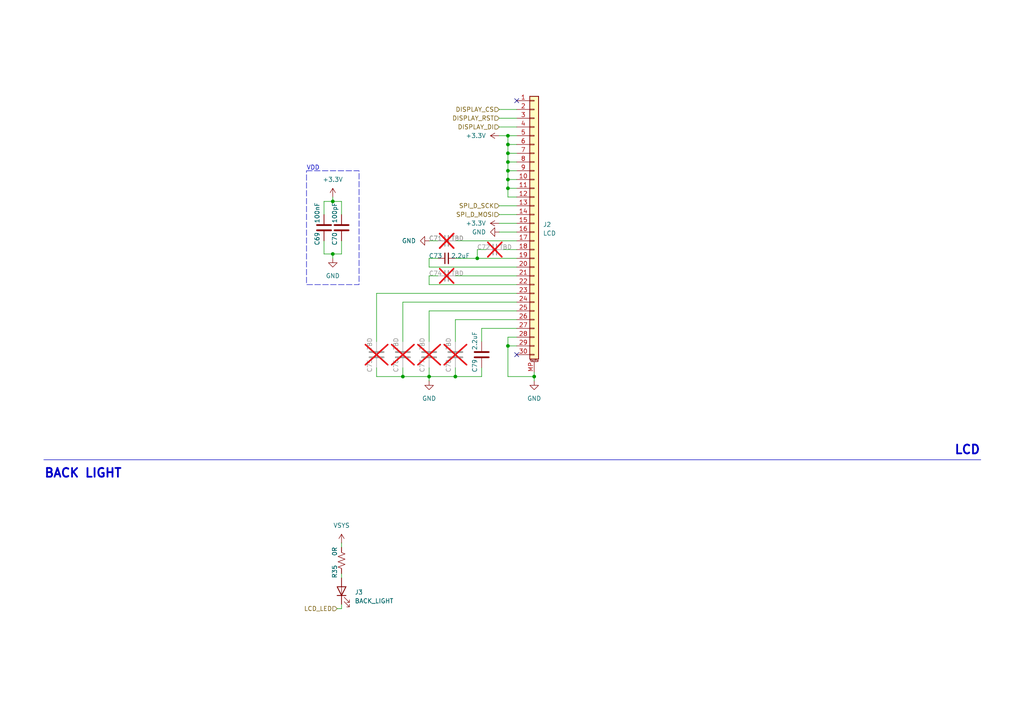
<source format=kicad_sch>
(kicad_sch (version 20231120) (generator "eeschema") (generator_version "8.0")
  (paper "A4")
  (lib_symbols
    (symbol "Connector_Generic_MountingPin:Conn_01x30_MountingPin" (pin_names (offset 1.016) hide)
      (property "Reference" "J" (at 0 38.1 0))
      (property "Value" "Conn_01x30_MountingPin" (at 1.27 -40.64 0))
      (symbol "Conn_01x30_MountingPin_1_1"
        (rectangle (start -1.27 -37.973) (end 0 -38.227) (stroke (width 0.1524)))
        (rectangle (start -1.27 -35.433) (end 0 -35.687) (stroke (width 0.1524)))
        (rectangle (start -1.27 -32.893) (end 0 -33.147) (stroke (width 0.1524)))
        (rectangle (start -1.27 -30.353) (end 0 -30.607) (stroke (width 0.1524)))
        (rectangle (start -1.27 -27.813) (end 0 -28.067) (stroke (width 0.1524)))
        (rectangle (start -1.27 -25.273) (end 0 -25.527) (stroke (width 0.1524)))
        (rectangle (start -1.27 -22.733) (end 0 -22.987) (stroke (width 0.1524)))
        (rectangle (start -1.27 -20.193) (end 0 -20.447) (stroke (width 0.1524)))
        (rectangle (start -1.27 -17.653) (end 0 -17.907) (stroke (width 0.1524)))
        (rectangle (start -1.27 -15.113) (end 0 -15.367) (stroke (width 0.1524)))
        (rectangle (start -1.27 -12.573) (end 0 -12.827) (stroke (width 0.1524)))
        (rectangle (start -1.27 -10.033) (end 0 -10.287) (stroke (width 0.1524)))
        (rectangle (start -1.27 -7.493) (end 0 -7.747) (stroke (width 0.1524)))
        (rectangle (start -1.27 -4.953) (end 0 -5.207) (stroke (width 0.1524)))
        (rectangle (start -1.27 -2.413) (end 0 -2.667) (stroke (width 0.1524)))
        (rectangle (start -1.27 0.127) (end 0 -0.127) (stroke (width 0.1524)))
        (rectangle (start -1.27 2.667) (end 0 2.413) (stroke (width 0.1524)))
        (rectangle (start -1.27 5.207) (end 0 4.953) (stroke (width 0.1524)))
        (rectangle (start -1.27 7.747) (end 0 7.493) (stroke (width 0.1524)))
        (rectangle (start -1.27 10.287) (end 0 10.033) (stroke (width 0.1524)))
        (rectangle (start -1.27 12.827) (end 0 12.573) (stroke (width 0.1524)))
        (rectangle (start -1.27 15.367) (end 0 15.113) (stroke (width 0.1524)))
        (rectangle (start -1.27 17.907) (end 0 17.653) (stroke (width 0.1524)))
        (rectangle (start -1.27 20.447) (end 0 20.193) (stroke (width 0.1524)))
        (rectangle (start -1.27 22.987) (end 0 22.733) (stroke (width 0.1524)))
        (rectangle (start -1.27 25.527) (end 0 25.273) (stroke (width 0.1524)))
        (rectangle (start -1.27 28.067) (end 0 27.813) (stroke (width 0.1524)))
        (rectangle (start -1.27 30.607) (end 0 30.353) (stroke (width 0.1524)))
        (rectangle (start -1.27 33.147) (end 0 32.893) (stroke (width 0.1524)))
        (rectangle (start -1.27 35.687) (end 0 35.433) (stroke (width 0.1524)))
        (rectangle (start -1.27 36.83) (end 1.27 -39.37) (stroke (width 0.254)) (fill (type background)))
        (polyline (pts (xy -1.016 -40.132) (xy 1.016 -40.132)) (stroke (width 0.1524)))
        (text "Mounting" (at 0 -39.751 0) (effects (font (size 0.381 0.381))))
        (pin passive line (at -5.08 35.56 0) (length 3.81) (name "Pin_1") (number "1"))
        (pin passive line (at -5.08 12.7 0) (length 3.81) (name "Pin_10") (number "10"))
        (pin passive line (at -5.08 10.16 0) (length 3.81) (name "Pin_11") (number "11"))
        (pin passive line (at -5.08 7.62 0) (length 3.81) (name "Pin_12") (number "12"))
        (pin passive line (at -5.08 5.08 0) (length 3.81) (name "Pin_13") (number "13"))
        (pin passive line (at -5.08 2.54 0) (length 3.81) (name "Pin_14") (number "14"))
        (pin passive line (at -5.08 0 0) (length 3.81) (name "Pin_15") (number "15"))
        (pin passive line (at -5.08 -2.54 0) (length 3.81) (name "Pin_16") (number "16"))
        (pin passive line (at -5.08 -5.08 0) (length 3.81) (name "Pin_17") (number "17"))
        (pin passive line (at -5.08 -7.62 0) (length 3.81) (name "Pin_18") (number "18"))
        (pin passive line (at -5.08 -10.16 0) (length 3.81) (name "Pin_19") (number "19"))
        (pin passive line (at -5.08 33.02 0) (length 3.81) (name "Pin_2") (number "2"))
        (pin passive line (at -5.08 -12.7 0) (length 3.81) (name "Pin_20") (number "20"))
        (pin passive line (at -5.08 -15.24 0) (length 3.81) (name "Pin_21") (number "21"))
        (pin passive line (at -5.08 -17.78 0) (length 3.81) (name "Pin_22") (number "22"))
        (pin passive line (at -5.08 -20.32 0) (length 3.81) (name "Pin_23") (number "23"))
        (pin passive line (at -5.08 -22.86 0) (length 3.81) (name "Pin_24") (number "24"))
        (pin passive line (at -5.08 -25.4 0) (length 3.81) (name "Pin_25") (number "25"))
        (pin passive line (at -5.08 -27.94 0) (length 3.81) (name "Pin_26") (number "26"))
        (pin passive line (at -5.08 -30.48 0) (length 3.81) (name "Pin_27") (number "27"))
        (pin passive line (at -5.08 -33.02 0) (length 3.81) (name "Pin_28") (number "28"))
        (pin passive line (at -5.08 -35.56 0) (length 3.81) (name "Pin_29") (number "29"))
        (pin passive line (at -5.08 30.48 0) (length 3.81) (name "Pin_3") (number "3"))
        (pin passive line (at -5.08 -38.1 0) (length 3.81) (name "Pin_30") (number "30"))
        (pin passive line (at -5.08 27.94 0) (length 3.81) (name "Pin_4") (number "4"))
        (pin passive line (at -5.08 25.4 0) (length 3.81) (name "Pin_5") (number "5"))
        (pin passive line (at -5.08 22.86 0) (length 3.81) (name "Pin_6") (number "6"))
        (pin passive line (at -5.08 20.32 0) (length 3.81) (name "Pin_7") (number "7"))
        (pin passive line (at -5.08 17.78 0) (length 3.81) (name "Pin_8") (number "8"))
        (pin passive line (at -5.08 15.24 0) (length 3.81) (name "Pin_9") (number "9"))
        (pin passive line (at 0 -43.18 90) (length 3.048) (name "MountPin") (number "MP"))
      )
    )
    (symbol "Device:C" (pin_numbers hide) (pin_names (offset 0.254))
      (property "Reference" "C" (at 0.635 2.54 0))
      (property "Value" "C" (at 0.635 -2.54 0))
      (symbol "C_0_1"
        (polyline (pts (xy -2.032 -0.762) (xy 2.032 -0.762)) (stroke (width 0.508)))
        (polyline (pts (xy -2.032 0.762) (xy 2.032 0.762)) (stroke (width 0.508)))
      )
      (symbol "C_1_1"
        (pin passive line (at 0 3.81 270) (length 2.794) (name "~") (number "1"))
        (pin passive line (at 0 -3.81 90) (length 2.794) (name "~") (number "2"))
      )
    )
    (symbol "Device:C_Small" (pin_numbers hide) (pin_names (offset 0.254) hide)
      (property "Reference" "C" (at 0.254 1.778 0))
      (property "Value" "C_Small" (at 0.254 -2.032 0))
      (symbol "C_Small_0_1"
        (polyline (pts (xy -1.524 -0.508) (xy 1.524 -0.508)) (stroke (width 0.3302)))
        (polyline (pts (xy -1.524 0.508) (xy 1.524 0.508)) (stroke (width 0.3048)))
      )
      (symbol "C_Small_1_1"
        (pin passive line (at 0 2.54 270) (length 2.032) (name "~") (number "1"))
        (pin passive line (at 0 -2.54 90) (length 2.032) (name "~") (number "2"))
      )
    )
    (symbol "Device:LED" (pin_numbers hide) (pin_names (offset 1.016) hide)
      (property "Reference" "D" (at 0 2.54 0))
      (property "Value" "LED" (at 0 -2.54 0))
      (symbol "LED_0_1"
        (polyline (pts (xy -1.27 -1.27) (xy -1.27 1.27)) (stroke (width 0.254)))
        (polyline (pts (xy -1.27 0) (xy 1.27 0)))
        (polyline (pts (xy 1.27 -1.27) (xy 1.27 1.27) (xy -1.27 0) (xy 1.27 -1.27)) (stroke (width 0.254)))
        (polyline (pts (xy -3.048 -0.762) (xy -4.572 -2.286) (xy -3.81 -2.286) (xy -4.572 -2.286) (xy -4.572 -1.524)))
        (polyline (pts (xy -1.778 -0.762) (xy -3.302 -2.286) (xy -2.54 -2.286) (xy -3.302 -2.286) (xy -3.302 -1.524)))
      )
      (symbol "LED_1_1"
        (pin passive line (at -3.81 0 0) (length 2.54) (name "K") (number "1"))
        (pin passive line (at 3.81 0 180) (length 2.54) (name "A") (number "2"))
      )
    )
    (symbol "Device:R_US" (pin_numbers hide) (pin_names (offset 0))
      (property "Reference" "R" (at 2.54 0 90))
      (property "Value" "R_US" (at -2.54 0 90))
      (symbol "R_US_0_1"
        (polyline (pts (xy 0 -2.286) (xy 0 -2.54)))
        (polyline (pts (xy 0 2.286) (xy 0 2.54)))
        (polyline (pts (xy 0 -0.762) (xy 1.016 -1.143) (xy 0 -1.524) (xy -1.016 -1.905) (xy 0 -2.286)))
        (polyline (pts (xy 0 0.762) (xy 1.016 0.381) (xy 0 0) (xy -1.016 -0.381) (xy 0 -0.762)))
        (polyline (pts (xy 0 2.286) (xy 1.016 1.905) (xy 0 1.524) (xy -1.016 1.143) (xy 0 0.762)))
      )
      (symbol "R_US_1_1"
        (pin passive line (at 0 3.81 270) (length 1.27) (name "~") (number "1"))
        (pin passive line (at 0 -3.81 90) (length 1.27) (name "~") (number "2"))
      )
    )
    (symbol "power:+3.3V" (power) (pin_numbers hide) (pin_names (offset 0) hide)
      (property "Value" "+3.3V" (at 0 3.556 0))
      (symbol "+3.3V_0_1"
        (polyline (pts (xy -0.762 1.27) (xy 0 2.54)))
        (polyline (pts (xy 0 0) (xy 0 2.54)))
        (polyline (pts (xy 0 2.54) (xy 0.762 1.27)))
      )
      (symbol "+3.3V_1_1"
        (pin power_in line (at 0 0 90) (length 0) (name "~") (number "1"))
      )
    )
    (symbol "power:GND" (power) (pin_numbers hide) (pin_names (offset 0) hide)
      (property "Value" "GND" (at 0 -3.81 0))
      (symbol "GND_0_1"
        (polyline (pts (xy 0 0) (xy 0 -1.27) (xy 1.27 -1.27) (xy 0 -2.54) (xy -1.27 -1.27) (xy 0 -1.27)))
      )
      (symbol "GND_1_1"
        (pin power_in line (at 0 0 270) (length 0) (name "~") (number "1"))
      )
    )
  )
  (junction (at 96.52 58.42))
  (junction (at 147.32 46.99))
  (junction (at 124.46 109.22))
  (junction (at 147.32 44.45))
  (junction (at 147.32 100.33))
  (junction (at 132.08 109.22))
  (junction (at 96.52 73.66))
  (junction (at 138.43 74.93))
  (junction (at 147.32 52.07))
  (junction (at 147.32 41.91))
  (junction (at 116.84 109.22))
  (junction (at 147.32 39.37))
  (junction (at 154.94 109.22))
  (junction (at 147.32 54.61))
  (junction (at 147.32 49.53))
  (no_connect (at 149.86 102.87))
  (no_connect (at 149.86 29.21))
  (wire (pts (xy 144.78 59.69) (xy 149.86 59.69)))
  (wire (pts (xy 147.32 52.07) (xy 147.32 54.61)))
  (wire (pts (xy 147.32 44.45) (xy 147.32 46.99)))
  (wire (pts (xy 124.46 69.85) (xy 127 69.85)))
  (wire (pts (xy 124.46 80.01) (xy 127 80.01)))
  (wire (pts (xy 144.78 36.83) (xy 149.86 36.83)))
  (wire (pts (xy 140.97 72.39) (xy 138.43 72.39)))
  (wire (pts (xy 124.46 82.55) (xy 149.86 82.55)))
  (wire (pts (xy 147.32 52.07) (xy 149.86 52.07)))
  (wire (pts (xy 116.84 87.63) (xy 116.84 99.06)))
  (wire (pts (xy 132.08 109.22) (xy 139.7 109.22)))
  (wire (pts (xy 146.05 72.39) (xy 149.86 72.39)))
  (polyline (pts (xy 12.7 133.35) (xy 284.48 133.35)))
  (wire (pts (xy 147.32 100.33) (xy 149.86 100.33)))
  (wire (pts (xy 99.06 157.48) (xy 99.06 158.75)))
  (wire (pts (xy 147.32 41.91) (xy 147.32 44.45)))
  (wire (pts (xy 96.52 57.15) (xy 96.52 58.42)))
  (wire (pts (xy 96.52 73.66) (xy 99.06 73.66)))
  (wire (pts (xy 147.32 41.91) (xy 149.86 41.91)))
  (wire (pts (xy 132.08 106.68) (xy 132.08 109.22)))
  (wire (pts (xy 144.78 39.37) (xy 147.32 39.37)))
  (wire (pts (xy 109.22 109.22) (xy 116.84 109.22)))
  (wire (pts (xy 109.22 99.06) (xy 109.22 85.09)))
  (wire (pts (xy 124.46 77.47) (xy 149.86 77.47)))
  (wire (pts (xy 109.22 106.68) (xy 109.22 109.22)))
  (wire (pts (xy 124.46 90.17) (xy 124.46 99.06)))
  (wire (pts (xy 147.32 46.99) (xy 147.32 49.53)))
  (wire (pts (xy 96.52 58.42) (xy 93.98 58.42)))
  (wire (pts (xy 132.08 69.85) (xy 149.86 69.85)))
  (wire (pts (xy 147.32 100.33) (xy 147.32 109.22)))
  (wire (pts (xy 147.32 57.15) (xy 149.86 57.15)))
  (wire (pts (xy 147.32 44.45) (xy 149.86 44.45)))
  (wire (pts (xy 147.32 49.53) (xy 149.86 49.53)))
  (wire (pts (xy 139.7 95.25) (xy 149.86 95.25)))
  (wire (pts (xy 124.46 82.55) (xy 124.46 80.01)))
  (wire (pts (xy 109.22 85.09) (xy 149.86 85.09)))
  (wire (pts (xy 116.84 87.63) (xy 149.86 87.63)))
  (wire (pts (xy 147.32 54.61) (xy 149.86 54.61)))
  (wire (pts (xy 93.98 73.66) (xy 96.52 73.66)))
  (wire (pts (xy 99.06 175.26) (xy 99.06 176.53)))
  (wire (pts (xy 149.86 97.79) (xy 147.32 97.79)))
  (wire (pts (xy 99.06 69.85) (xy 99.06 73.66)))
  (wire (pts (xy 127 74.93) (xy 124.46 74.93)))
  (wire (pts (xy 144.78 67.31) (xy 149.86 67.31)))
  (wire (pts (xy 124.46 106.68) (xy 124.46 109.22)))
  (wire (pts (xy 147.32 109.22) (xy 154.94 109.22)))
  (wire (pts (xy 154.94 109.22) (xy 154.94 110.49)))
  (wire (pts (xy 124.46 90.17) (xy 149.86 90.17)))
  (wire (pts (xy 144.78 34.29) (xy 149.86 34.29)))
  (wire (pts (xy 154.94 109.22) (xy 154.94 107.95)))
  (wire (pts (xy 124.46 109.22) (xy 124.46 110.49)))
  (wire (pts (xy 99.06 166.37) (xy 99.06 167.64)))
  (wire (pts (xy 139.7 106.68) (xy 139.7 109.22)))
  (wire (pts (xy 144.78 31.75) (xy 149.86 31.75)))
  (wire (pts (xy 144.78 62.23) (xy 149.86 62.23)))
  (wire (pts (xy 132.08 80.01) (xy 149.86 80.01)))
  (wire (pts (xy 132.08 92.71) (xy 149.86 92.71)))
  (wire (pts (xy 138.43 74.93) (xy 149.86 74.93)))
  (wire (pts (xy 99.06 58.42) (xy 96.52 58.42)))
  (wire (pts (xy 99.06 62.23) (xy 99.06 58.42)))
  (wire (pts (xy 124.46 109.22) (xy 132.08 109.22)))
  (wire (pts (xy 147.32 54.61) (xy 147.32 57.15)))
  (wire (pts (xy 147.32 39.37) (xy 147.32 41.91)))
  (wire (pts (xy 93.98 69.85) (xy 93.98 73.66)))
  (wire (pts (xy 139.7 99.06) (xy 139.7 95.25)))
  (wire (pts (xy 96.52 73.66) (xy 96.52 74.93)))
  (wire (pts (xy 144.78 64.77) (xy 149.86 64.77)))
  (wire (pts (xy 116.84 106.68) (xy 116.84 109.22)))
  (wire (pts (xy 124.46 74.93) (xy 124.46 77.47)))
  (wire (pts (xy 147.32 46.99) (xy 149.86 46.99)))
  (wire (pts (xy 147.32 97.79) (xy 147.32 100.33)))
  (wire (pts (xy 147.32 49.53) (xy 147.32 52.07)))
  (wire (pts (xy 132.08 74.93) (xy 138.43 74.93)))
  (wire (pts (xy 138.43 72.39) (xy 138.43 74.93)))
  (wire (pts (xy 93.98 58.42) (xy 93.98 62.23)))
  (wire (pts (xy 116.84 109.22) (xy 124.46 109.22)))
  (wire (pts (xy 132.08 92.71) (xy 132.08 99.06)))
  (wire (pts (xy 149.86 39.37) (xy 147.32 39.37)))
  (wire (pts (xy 97.79 176.53) (xy 99.06 176.53)))
  (rectangle (start 88.9 49.53) (end 104.14 82.55) (stroke (width 0) (type dash)))
  (text "BACK LIGHT" (exclude_from_sim yes) (at 12.7 135.89 0) (effects (font (size 2.54 2.54) (thickness 0.508) (bold yes)) (justify left top)))
  (text "VDD" (at 88.9 49.53 0) (effects (font (size 1.27 1.27)) (justify left bottom)))
  (text "LCD" (exclude_from_sim yes) (at 284.48 132.08 0) (effects (font (size 2.54 2.54) (thickness 0.508) (bold yes)) (justify right bottom)))
  (hierarchical_label "SPI_D_MOSI" (shape input) (at 144.78 62.23 180))
  (hierarchical_label "SPI_D_SCK" (shape input) (at 144.78 59.69 180))
  (hierarchical_label "DISPLAY_DI" (shape input) (at 144.78 36.83 180))
  (hierarchical_label "DISPLAY_RST" (shape input) (at 144.78 34.29 180))
  (hierarchical_label "LCD_LED" (shape input) (at 97.79 176.53 180))
  (hierarchical_label "DISPLAY_CS" (shape input) (at 144.78 31.75 180))
  (symbol (lib_id "Device:C") (at 93.98 66.04 180) (unit 1)
    (property "Reference" "C69" (at 92.71 67.31 90) (effects (justify left top)))
    (property "Value" "100nF" (at 92.71 64.77 90) (effects (justify right top)))
    (property "Footprint" "Capacitor_SMD:C_0402_1005Metric" (effects (hide yes)))
    (property "Description" "Unpolarized capacitor" (effects (hide yes)))
  )
  (symbol (lib_id "Device:C") (at 116.84 102.87 180) (unit 1) (dnp yes)
    (property "Reference" "C76" (at 115.57 104.14 90) (effects (justify left top)))
    (property "Value" "TBD" (at 115.57 101.6 90) (effects (justify right top)))
    (property "Footprint" "Capacitor_SMD:C_0402_1005Metric" (effects (hide yes)))
    (property "Description" "Unpolarized capacitor" (effects (hide yes)))
  )
  (symbol (lib_id "Device:C_Small") (at 143.51 72.39 90) (unit 1) (dnp yes)
    (property "Reference" "C72" (at 142.24 72.39 90) (effects (justify left top)))
    (property "Value" "TBD" (at 144.78 72.39 90) (effects (justify right top)))
    (property "Footprint" "Capacitor_SMD:C_0402_1005Metric" (effects (hide yes)))
    (property "Description" "Unpolarized capacitor, small symbol" (effects (hide yes)))
  )
  (symbol (lib_id "Device:C") (at 132.08 102.87 180) (unit 1) (dnp yes)
    (property "Reference" "C78" (at 130.81 104.14 90) (effects (justify left top)))
    (property "Value" "TBD" (at 130.81 101.6 90) (effects (justify right top)))
    (property "Footprint" "Capacitor_SMD:C_0402_1005Metric" (effects (hide yes)))
    (property "Description" "Unpolarized capacitor" (effects (hide yes)))
  )
  (symbol (lib_id "Device:C") (at 124.46 102.87 180) (unit 1) (dnp yes)
    (property "Reference" "C77" (at 123.19 104.14 90) (effects (justify left top)))
    (property "Value" "TBD" (at 123.19 101.6 90) (effects (justify right top)))
    (property "Footprint" "Capacitor_SMD:C_0402_1005Metric" (effects (hide yes)))
    (property "Description" "Unpolarized capacitor" (effects (hide yes)))
  )
  (symbol (lib_id "Device:LED") (at 99.06 171.45 90) (unit 1)
    (property "Reference" "J3" (at 102.87 171.7674 90) (effects (justify right)))
    (property "Value" "BACK_LIGHT" (at 102.87 174.3074 90) (effects (justify right)))
    (property "Footprint" "Library:ERC12864FAMF03" (effects (hide yes)))
    (property "Description" "Light emitting diode" (effects (hide yes)))
  )
  (symbol (lib_id "power:GND") (at 96.52 74.93 0) (unit 1)
    (property "Reference" "#PWR0115" (effects (hide yes)))
    (property "Value" "GND" (at 96.52 80.01 0))
    (property "Description" "Power symbol creates a global label with name \"GND\" , ground" (effects (hide yes)))
  )
  (symbol (lib_id "Device:R_US") (at 99.06 162.56 180) (unit 1)
    (property "Reference" "R35" (at 97.79 163.83 90) (effects (justify left top)))
    (property "Value" "0R" (at 97.79 161.29 90) (effects (justify right top)))
    (property "Footprint" "Resistor_SMD:R_0402_1005Metric" (effects (hide yes)))
    (property "Description" "Resistor, US symbol" (effects (hide yes)))
  )
  (symbol (lib_id "Device:C_Small") (at 129.54 74.93 90) (unit 1)
    (property "Reference" "C73" (at 128.27 74.93 90) (effects (justify left top)))
    (property "Value" "2.2uF" (at 130.81 74.93 90) (effects (justify right top)))
    (property "Footprint" "Capacitor_SMD:C_0402_1005Metric" (effects (hide yes)))
    (property "Description" "Unpolarized capacitor, small symbol" (effects (hide yes)))
  )
  (symbol (lib_id "power:GND") (at 144.78 67.31 270) (unit 1)
    (property "Reference" "#PWR0113" (effects (hide yes)))
    (property "Value" "GND" (at 140.97 67.3099 90) (effects (justify right)))
    (property "Description" "Power symbol creates a global label with name \"GND\" , ground" (effects (hide yes)))
  )
  (symbol (lib_id "power:GND") (at 154.94 110.49 0) (unit 1)
    (property "Reference" "#PWR0117" (effects (hide yes)))
    (property "Value" "GND" (at 154.94 115.57 0))
    (property "Description" "Power symbol creates a global label with name \"GND\" , ground" (effects (hide yes)))
  )
  (symbol (lib_id "power:+3.3V") (at 96.52 57.15 0) (unit 1)
    (property "Reference" "#PWR0111" (effects (hide yes)))
    (property "Value" "+3.3V" (at 96.52 52.07 0))
    (property "Description" "Power symbol creates a global label with name \"+3.3V\"" (effects (hide yes)))
  )
  (symbol (lib_id "Device:C_Small") (at 129.54 69.85 90) (unit 1) (dnp yes)
    (property "Reference" "C71" (at 128.27 69.85 90) (effects (justify left top)))
    (property "Value" "TBD" (at 130.81 69.85 90) (effects (justify right top)))
    (property "Footprint" "Capacitor_SMD:C_0402_1005Metric" (effects (hide yes)))
    (property "Description" "Unpolarized capacitor, small symbol" (effects (hide yes)))
  )
  (symbol (lib_id "power:GND") (at 124.46 69.85 270) (unit 1)
    (property "Reference" "#PWR0114" (effects (hide yes)))
    (property "Value" "GND" (at 120.65 69.8499 90) (effects (justify right)))
    (property "Description" "Power symbol creates a global label with name \"GND\" , ground" (effects (hide yes)))
  )
  (symbol (lib_id "Connector_Generic_MountingPin:Conn_01x30_MountingPin") (at 154.94 64.77 0) (unit 1)
    (property "Reference" "J2" (at 157.48 65.1255 0) (effects (justify left)))
    (property "Value" "LCD" (at 157.48 67.6655 0) (effects (justify left)))
    (property "Footprint" "Library:CONN30x1_FH34SRJ-30S-0.5SH50_HIR" (effects (hide yes)))
    (property "Description" "Generic connectable mounting pin connector, single row, 01x30, script generated (kicad-library-utils/schlib/autogen/connector/)" (effects (hide yes)))
  )
  (symbol (lib_id "power:+3.3V") (at 144.78 39.37 90) (unit 1)
    (property "Reference" "#PWR0110" (effects (hide yes)))
    (property "Value" "+3.3V" (at 140.97 39.3699 90) (effects (justify left)))
    (property "Description" "Power symbol creates a global label with name \"+3.3V\"" (effects (hide yes)))
  )
  (symbol (lib_id "power:+3.3V") (at 99.06 157.48 0) (unit 1)
    (property "Reference" "#PWR0118" (effects (hide yes)))
    (property "Value" "VSYS" (at 99.06 152.4 0))
    (property "Description" "Power symbol creates a global label with name \"+3.3V\"" (effects (hide yes)))
  )
  (symbol (lib_id "Device:C") (at 99.06 66.04 180) (unit 1)
    (property "Reference" "C70" (at 97.79 67.31 90) (effects (justify left top)))
    (property "Value" "100pF" (at 97.79 64.77 90) (effects (justify right top)))
    (property "Footprint" "Capacitor_SMD:C_0402_1005Metric" (effects (hide yes)))
    (property "Description" "Unpolarized capacitor" (effects (hide yes)))
  )
  (symbol (lib_id "Device:C") (at 109.22 102.87 180) (unit 1) (dnp yes)
    (property "Reference" "C75" (at 107.95 104.14 90) (effects (justify left top)))
    (property "Value" "TBD" (at 107.95 101.6 90) (effects (justify right top)))
    (property "Footprint" "Capacitor_SMD:C_0402_1005Metric" (effects (hide yes)))
    (property "Description" "Unpolarized capacitor" (effects (hide yes)))
  )
  (symbol (lib_id "Device:C") (at 139.7 102.87 180) (unit 1)
    (property "Reference" "C79" (at 138.43 104.14 90) (effects (justify left top)))
    (property "Value" "2.2uF" (at 138.43 101.6 90) (effects (justify right top)))
    (property "Footprint" "Capacitor_SMD:C_0402_1005Metric" (effects (hide yes)))
    (property "Description" "Unpolarized capacitor" (effects (hide yes)))
  )
  (symbol (lib_id "power:GND") (at 124.46 110.49 0) (unit 1)
    (property "Reference" "#PWR0116" (effects (hide yes)))
    (property "Value" "GND" (at 124.46 115.57 0))
    (property "Description" "Power symbol creates a global label with name \"GND\" , ground" (effects (hide yes)))
  )
  (symbol (lib_id "power:+3.3V") (at 144.78 64.77 90) (unit 1)
    (property "Reference" "#PWR0112" (effects (hide yes)))
    (property "Value" "+3.3V" (at 140.97 64.7699 90) (effects (justify left)))
    (property "Description" "Power symbol creates a global label with name \"+3.3V\"" (effects (hide yes)))
  )
  (symbol (lib_id "Device:C_Small") (at 129.54 80.01 90) (unit 1) (dnp yes)
    (property "Reference" "C74" (at 128.27 80.01 90) (effects (justify left top)))
    (property "Value" "TBD" (at 130.81 80.01 90) (effects (justify right top)))
    (property "Footprint" "Capacitor_SMD:C_0402_1005Metric" (effects (hide yes)))
    (property "Description" "Unpolarized capacitor, small symbol" (effects (hide yes)))
  )
)
</source>
